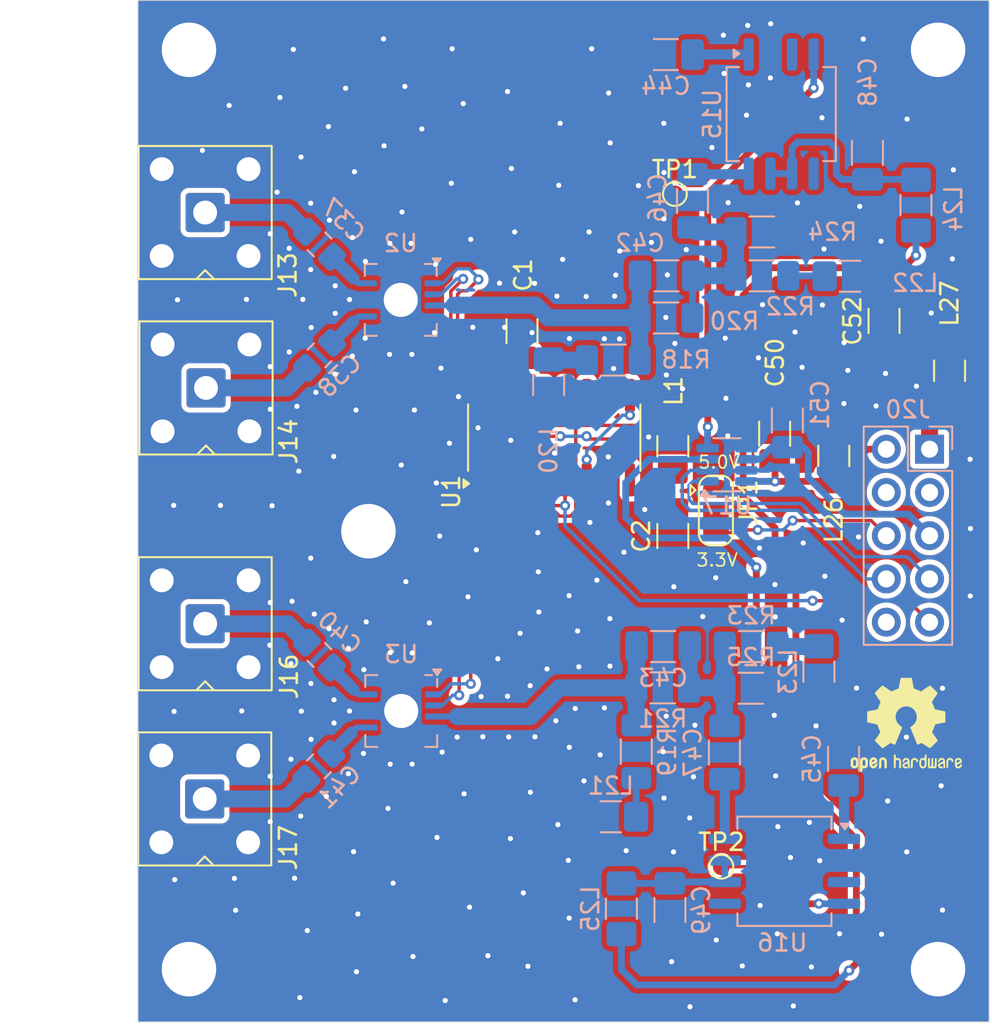
<source format=kicad_pcb>
(kicad_pcb (version 20240108) (generator "pcbnew") (generator_version "8.0")
  (title_block (rev "3.4") (comment 1 "change the rf switch´s to HMC849") (comment 2 "JP1 for select operation voltage of rf switches"))
  (layers (0 "F.Cu" signal) (31 "B.Cu" signal) (34 "B.Paste" user) (35 "F.Paste" user) (36 "B.SilkS" user "B.Silkscreen") (37 "F.SilkS" user "F.Silkscreen") (38 "B.Mask" user) (39 "F.Mask" user) (44 "Edge.Cuts" user))
  (net 0 "")
  (net 1 "GND")
  (net 2 "+3.3V")
  (net 3 "INP_SEL")
  (net 4 "LOG_OUT1")
  (net 5 "LOG_OUT2")
  (net 6 "+5V")
  (net 7 "2,6V REF")
  (net 8 "GNDD")
  (net 9 "SCL0")
  (net 10 "SDA0")
  (net 11 "INP_SEL2")
  (net 12 "Net-(J13-In)")
  (net 13 "Net-(J14-In)")
  (net 14 "Net-(J16-In)")
  (net 15 "Net-(J17-In)")
  (net 16 "Net-(C42-Pad2)")
  (net 17 "Net-(C43-Pad2)")
  (net 18 "Net-(U15-INLO)")
  (net 19 "Net-(U16-INLO)")
  (net 20 "Net-(U15-INHI)")
  (net 21 "Net-(U16-INHI)")
  (net 22 "Net-(U15-EN)")
  (net 23 "Net-(U16-EN)")
  (net 24 "Net-(L20-Pad1)")
  (net 25 "Net-(L21-Pad1)")
  (net 26 "Net-(L22-Pad1)")
  (net 27 "Net-(L23-Pad1)")
  (net 32 "VDD")
  (net 33 "CS0")
  (net 34 "CS1")
  (net 35 "V_HMC")
  (net 36 "Net-(JP1-C)")
  (net 37 "Net-(U2-RF2)")
  (net 38 "Net-(U2-RF1)")
  (net 39 "V1_2")
  (net 40 "Net-(U3-RF2)")
  (net 41 "Net-(U3-RF1)")
  (net 42 "Net-(U2-RFC)")
  (net 43 "V1_1")
  (net 44 "Net-(U3-RFC)")
  (net 45 "Net-(U1-Pad6)")
  (net 50 "Net-(U1-Pad1)")
  (footprint "Inductor_SMD:L_1206_3216Metric_Pad1.42x1.75mm_HandSolder" (layer "F.Cu") (at 172.725 93.19 -90)
    (property "Reference" "L27")
    (property "Value" "4u7")
  )
  (footprint "Connector_Coaxial:SMA_BAT_Wireless_BWSMA-KWE-Z001" (layer "F.Cu") (at 129 83.9 90)
    (property "Reference" "J13")
    (property "Value" "SMA" (hide yes))
  )
  (footprint "Capacitor_SMD:C_1206_3216Metric_Pad1.33x1.80mm_HandSolder" (layer "F.Cu") (at 162.45 96.89 -90)
    (property "Reference" "C50")
    (property "Value" "100n")
  )
  (footprint "TestPoint:TestPoint_Pad_D1.0mm" (layer "F.Cu") (at 159.32 122.32)
    (property "Reference" "TP2")
    (property "Value" "TestPoint")
  )
  (footprint "Connector_Coaxial:SMA_BAT_Wireless_BWSMA-KWE-Z001" (layer "F.Cu") (at 129 108.05 90)
    (property "Reference" "J16")
    (property "Value" "SMA")
  )
  (footprint "Capacitor_SMD:C_1206_3216Metric_Pad1.33x1.80mm_HandSolder" (layer "F.Cu") (at 156.47 102.9 90)
    (property "Reference" "C2")
    (property "Value" "100n")
  )
  (footprint "Package_SO:SOIC-16_3.9x9.9mm_P1.27mm" (layer "F.Cu") (at 149.505 97.12 90)
    (property "Reference" "U1")
    (property "Value" "74HC04")
  )
  (footprint "Connector_Coaxial:SMA_BAT_Wireless_BWSMA-KWE-Z001" (layer "F.Cu") (at 129.05 94.2 90)
    (property "Reference" "J14")
    (property "Value" "SMA")
  )
  (footprint "Connector_Coaxial:SMA_BAT_Wireless_BWSMA-KWE-Z001" (layer "F.Cu") (at 128.975 118.34 90)
    (property "Reference" "J17")
    (property "Value" "SMA")
  )
  (footprint "Symbol:OSHW-Logo2_7.3x6mm_SilkScreen" (layer "F.Cu") (at 170.18 113.99)
    (property "Reference" "REF**" (hide yes))
    (property "Value" "OSHW-Logo2_7.3x6mm_SilkScreen" (hide yes))
  )
  (footprint "Jumper:SolderJumper-3_P1.3mm_Open_RoundedPad1.0x1.5mm" (layer "F.Cu") (at 159 101.4 -90)
    (property "Reference" "JP1")
    (property "Value" "SolderJumper_3_Open" (hide yes))
  )
  (footprint "TestPoint:TestPoint_Pad_D1.0mm" (layer "F.Cu") (at 156.59 82.81)
    (property "Reference" "TP1")
    (property "Value" "TestPoint")
  )
  (footprint "Capacitor_SMD:C_1206_3216Metric_Pad1.33x1.80mm_HandSolder" (layer "F.Cu") (at 168.875 90.265 90)
    (property "Reference" "C52")
    (property "Value" "100n")
  )
  (footprint "Inductor_SMD:L_1206_3216Metric_Pad1.42x1.75mm_HandSolder" (layer "F.Cu") (at 156.47 97.63 90)
    (property "Reference" "L1")
    (property "Value" "4u7")
  )
  (footprint "Capacitor_SMD:C_1206_3216Metric_Pad1.33x1.80mm_HandSolder" (layer "F.Cu") (at 147.61 90.87 -90)
    (property "Reference" "C1")
    (property "Value" "100n")
  )
  (footprint "Inductor_SMD:L_1206_3216Metric_Pad1.42x1.75mm_HandSolder" (layer "F.Cu") (at 165.925 98.19 90)
    (property "Reference" "L26")
    (property "Value" "4u7")
  )
  (footprint "Resistor_SMD:R_1206_3216Metric_Pad1.30x1.75mm_HandSolder" (layer "B.Cu") (at 156.075 90.09)
    (property "Reference" "R20")
    (property "Value" "150R")
  )
  (footprint "Resistor_SMD:R_1206_3216Metric_Pad1.30x1.75mm_HandSolder" (layer "B.Cu") (at 152.975 92.565)
    (property "Reference" "R18")
    (property "Value" "69R8")
  )
  (footprint "Package_CSP:LFCSP-16-1EP_4x4mm_P0.65mm_EP2.4x2.4mm" (layer "B.Cu") (at 140.5175 113.175 180)
    (property "Reference" "U3")
    (property "Value" "HMC849A")
  )
  (footprint "Inductor_SMD:L_1206_3216Metric_Pad1.42x1.75mm_HandSolder" (layer "B.Cu") (at 153.45 124.79 -90)
    (property "Reference" "L25")
    (property "Value" "4u7")
  )
  (footprint "Inductor_SMD:L_1206_3216Metric_Pad1.42x1.75mm_HandSolder" (layer "B.Cu") (at 170.75 83.465 -90)
    (property "Reference" "L24")
    (property "Value" "4u7")
  )
  (footprint "Inductor_SMD:L_1206_3216Metric_Pad1.42x1.75mm_HandSolder" (layer "B.Cu") (at 165.05 110.865 -90)
    (property "Reference" "L23")
    (property "Value" "22nH")
  )
  (footprint "Capacitor_SMD:C_1206_3216Metric_Pad1.33x1.80mm_HandSolder" (layer "B.Cu") (at 156.06 74.62)
    (property "Reference" "C44")
    (property "Value" "100n")
  )
  (footprint "Connector_PinHeader_2.54mm:PinHeader_2x05_P2.54mm_Vertical" (layer "B.Cu") (at 171.55 97.8 180)
    (property "Reference" "J20")
    (property "Value" "Conn_02x05_Odd_Even" (hide yes))
  )
  (footprint "Capacitor_SMD:C_1206_3216Metric_Pad1.33x1.80mm_HandSolder" (layer "B.Cu") (at 167.9 80.39 -90)
    (property "Reference" "C48")
    (property "Value" "100n")
  )
  (footprint "Package_SO:SO-8_5.3x6.2mm_P1.27mm" (layer "B.Cu") (at 163.025 122.59 180)
    (property "Reference" "U16")
    (property "Value" "AD8307")
  )
  (footprint "Resistor_SMD:R_1206_3216Metric_Pad1.30x1.75mm_HandSolder" (layer "B.Cu") (at 154.325 115.565 90)
    (property "Reference" "R19")
    (property "Value" "69R8")
  )
  (footprint "Capacitor_SMD:C_1206_3216Metric_Pad1.33x1.80mm_HandSolder" (layer "B.Cu") (at 166.5 115.99 -90)
    (property "Reference" "C45")
    (property "Value" "100n")
  )
  (footprint "Capacitor_SMD:C_1206_3216Metric_Pad1.33x1.80mm_HandSolder" (layer "B.Cu") (at 163.2 96.115 -90)
    (property "Reference" "C51")
    (property "Value" "100n")
  )
  (footprint "Capacitor_SMD:C_1206_3216Metric_Pad1.33x1.80mm_HandSolder" (layer "B.Cu") (at 159.5 115.615 -90)
    (property "Reference" "C47")
    (property "Value" "100n")
  )
  (footprint "Capacitor_SMD:C_1206_3216Metric_Pad1.33x1.80mm_HandSolder" (layer "B.Cu") (at 156.3 124.865 90)
    (property "Reference" "C49")
    (property "Value" "100n")
  )
  (footprint "Capacitor_SMD:C_0805_2012Metric_Pad1.18x1.45mm_HandSolder" (layer "B.Cu") (at 135.71 109.89 -45)
    (property "Reference" "C40")
    (property "Value" "10n")
  )
  (footprint "Resistor_SMD:R_1206_3216Metric_Pad1.30x1.75mm_HandSolder" (layer "B.Cu") (at 161.05 111.84 180)
    (property "Reference" "R25")
    (property "Value" "52R3")
  )
  (footprint "Resistor_SMD:R_1206_3216Metric_Pad1.30x1.75mm_HandSolder" (layer "B.Cu") (at 161.075 109.39 180)
    (property "Reference" "R23")
    (property "Value" "69R8")
  )
  (footprint "Package_SO:SO-8_5.3x6.2mm_P1.27mm" (layer "B.Cu") (at 162.835 78.115 -90)
    (property "Reference" "U15")
    (property "Value" "AD8307")
  )
  (footprint "Resistor_SMD:R_1206_3216Metric_Pad1.30x1.75mm_HandSolder" (layer "B.Cu") (at 161.7 87.615 180)
    (property "Reference" "R22")
    (property "Value" "69R8")
  )
  (footprint "Capacitor_SMD:C_1206_3216Metric_Pad1.33x1.80mm_HandSolder" (layer "B.Cu") (at 157.625 83.215 90)
    (property "Reference" "C46")
    (property "Value" "100n")
  )
  (footprint "Capacitor_SMD:C_1206_3216Metric_Pad1.33x1.80mm_HandSolder" (layer "B.Cu") (at 156.1 87.615)
    (property "Reference" "C42")
    (property "Value" "10p")
  )
  (footprint "Package_CSP:LFCSP-16-1EP_4x4mm_P0.65mm_EP2.4x2.4mm" (layer "B.Cu") (at 140.49 89.03 180)
    (property "Reference" "U2")
    (property "Value" "HMC849A")
  )
  (footprint "Capacitor_SMD:C_0805_2012Metric_Pad1.18x1.45mm_HandSolder" (layer "B.Cu") (at 135.72 92.29 45)
    (property "Reference" "C38")
    (property "Value" "10n")
  )
  (footprint "Inductor_SMD:L_1206_3216Metric_Pad1.42x1.75mm_HandSolder" (layer "B.Cu") (at 149.175 94.015 -90)
    (property "Reference" "L20")
    (property "Value" "22nH")
  )
  (footprint "Capacitor_SMD:C_0805_2012Metric_Pad1.18x1.45mm_HandSolder" (layer "B.Cu") (at 135.72 85.77 -45)
    (property "Reference" "C37")
    (property "Value" "10n")
  )
  (footprint "Capacitor_SMD:C_0805_2012Metric_Pad1.18x1.45mm_HandSolder" (layer "B.Cu") (at 135.68 116.43 45)
    (property "Reference" "C41")
    (property "Value" "10n")
  )
  (footprint "Resistor_SMD:R_1206_3216Metric_Pad1.30x1.75mm_HandSolder" (layer "B.Cu") (at 161.7 85.04 180)
    (property "Reference" "R24")
    (property "Value" "52R3")
  )
  (footprint "Package_TO_SOT_SMD:TSOT-23-8" (layer "B.Cu") (at 159.65 98.715)
    (property "Reference" "U17")
    (property "Value" "AD7991")
  )
  (footprint "Resistor_SMD:R_1206_3216Metric_Pad1.30x1.75mm_HandSolder" (layer "B.Cu") (at 155.875 111.815)
    (property "Reference" "R21")
    (property "Value" "150R")
  )
  (footprint "Inductor_SMD:L_1206_3216Metric_Pad1.42x1.75mm_HandSolder" (layer "B.Cu") (at 152.825 119.39 180)
    (property "Reference" "L21")
    (property "Value" "22nH")
  )
  (footprint "Inductor_SMD:L_1206_3216Metric_Pad1.42x1.75mm_HandSolder" (layer "B.Cu") (at 166.875 87.64)
    (property "Reference" "L22")
    (property "Value" "22nH")
  )
  (footprint "Capacitor_SMD:C_1206_3216Metric_Pad1.33x1.80mm_HandSolder" (layer "B.Cu") (at 155.9 109.39)
    (property "Reference" "C43")
    (property "Value" "10p")
  )
  (gr_rect (start 125.05 71.44) (end 175.05 131.44) (stroke (width 0.05)) (fill none) (layer "Edge.Cuts"))
  (gr_text "1-500Mhz" (at 150.65 71.73 180) (layer "F.Cu") (effects (font (size 1 1) (thickness 0.2)) (justify left bottom)))
  (gr_text "REV3.4" (at 174.96 123.14 90) (layer "F.Cu") (effects (font (size 1 1) (thickness 0.2)) (justify left bottom)))
  (gr_text "DJ1YR" (at 144.31 131.28 0) (layer "F.Cu") (effects (font (size 1 1) (thickness 0.25) (bold yes)) (justify left bottom)))
  (gr_text "3.3V" (at 157.79 104.75 0) (layer "F.SilkS") (effects (font (size 0.75 0.75) (thickness 0.1)) (justify left bottom)))
  (gr_text "5.0V" (at 157.9 99 0) (layer "F.SilkS") (effects (font (size 0.75 0.75) (thickness 0.1)) (justify left bottom)))
  (via (at 141.21 127.6) (size 0.6) (drill 0.3) (layers "F.Cu" "B.Cu") (net 1))
  (via (at 159.44 73.48) (size 0.6) (drill 0.3) (layers "F.Cu" "B.Cu") (net 1))
  (via (at 159.72 83.32) (size 0.6) (drill 0.3) (layers "F.Cu" "B.Cu") (net 1))
  (via (at 146.95 97.28) (size 0.6) (drill 0.3) (layers "F.Cu" "B.Cu") (net 1))
  (via (at 147.18 85.04) (size 0.6) (drill 0.3) (layers "F.Cu" "B.Cu") (net 1))
  (via (at 172.31 111.84) (size 0.6) (drill 0.3) (layers "F.Cu" "B.Cu") (net 1))
  (via (at 145.61 127.55) (size 0.6) (drill 0.3) (layers "F.Cu" "B.Cu") (net 1))
  (via (at 156.06 90.06) (size 0.6) (drill 0.3) (layers "F.Cu" "B.Cu") (net 1))
  (via (at 167.45 83.54) (size 0.6) (drill 0.3) (layers "F.Cu" "B.Cu") (net 1))
  (via (at 161.56 103.61) (size 0.6) (drill 0.3) (layers "F.Cu" "B.Cu") (net 1))
  (via (at 141.16 116.3) (size 0.6) (drill 0.3) (layers "F.Cu" "B.Cu") (net 1))
  (via (at 135.41 107.48) (size 0.6) (drill 0.3) (layers "F.Cu" "B.Cu") (net 1))
  (via (at 141.16 109.76) (size 0.6) (drill 0.3) (layers "F.Cu" "B.Cu") (net 1))
  (via (at 136.12 118.19) (size 0.6) (drill 0.3) (layers "F.Cu" "B.Cu") (net 1))
  (via (at 149.85 78.66) (size 0.6) (drill 0.3) (layers "F.Cu" "B.Cu") (net 1))
  (via (at 127.21 123.08) (size 0.6) (drill 0.3) (layers "F.Cu" "B.Cu") (net 1))
  (via (at 151.6 102.1) (size 0.6) (drill 0.3) (layers "F.Cu" "B.Cu") (net 1))
  (via (at 160.8 78.18) (size 0.6) (drill 0.3) (layers "F.Cu" "B.Cu") (net 1))
  (via (at 154.82 101.34) (size 0.6) (drill 0.3) (layers "F.Cu" "B.Cu") (net 1))
  (via (at 148.09 111.69) (size 0.6) (drill 0.3) (layers "F.Cu" "B.Cu") (net 1))
  (via (at 132.93 101.12) (size 0.6) (drill 0.3) (layers "F.Cu" "B.Cu") (net 1))
  (via (at 148.54 102.7) (size 0.6) (drill 0.3) (layers "F.Cu" "B.Cu") (net 1))
  (via (at 136.57 113.88) (size 0.6) (drill 0.3) (layers "F.Cu" "B.Cu") (net 1))
  (via (at 135.21 111.56) (size 0.6) (drill 0.3) (layers "F.Cu" "B.Cu") (net 1))
  (via (at 132.82 117.01) (size 0.6) (drill 0.3) (layers "F.Cu" "B.Cu") (net 1))
  (via (at 159.7 97.02) (size 0.6) (drill 0.3) (layers "F.Cu" "B.Cu") (net 1))
  (via (at 141.14 92.23) (size 0.6) (drill 0.3) (layers "F.Cu" "B.Cu") (net 1))
  (via (at 148.6 107.36) (size 0.6) (drill 0.3) (layers "F.Cu" "B.Cu") (net 1))
  (via (at 167.66 73.71) (size 0.6) (drill 0.3) (layers "F.Cu" "B.Cu") (net 1))
  (via (at 138.41 86.77) (size 0.6) (drill 0.3) (layers "F.Cu" "B.Cu") (net 1))
  (via (at 136.63 93.39) (size 0.6) (drill 0.3) (layers "F.Cu" "B.Cu") (net 1))
  (via (at 150.38 125.34) (size 0.6) (drill 0.3) (layers "F.Cu" "B.Cu") (net 1))
  (via (at 144.44 106.47) (size 0.6) (drill 0.3) (layers "F.Cu" "B.Cu") (net 1))
  (via (at 155.95 81.55) (size 0.6) (drill 0.3) (layers "F.Cu" "B.Cu") (net 1))
  (via (at 134.11 106.73) (size 0.6) (drill 0.3) (layers "F.Cu" "B.Cu") (net 1))
  (via (at 163.38 121.78) (size 0.6) (drill 0.3) (layers "F.Cu" "B.Cu") (net 1))
  (via (at 133.225 82.7) (size 0.6) (drill 0.3) (layers "F.Cu" "B.Cu") (net 1))
  (via (at 163.79 83.33) (size 0.6) (drill 0.3) (layers "F.Cu" "B.Cu") (net 1))
  (via (at 145.21 112.33) (size 0.6) (drill 0.3) (layers "F.Cu" "B.Cu") (net 1))
  (via (at 165.23 78.33) (size 0.6) (drill 0.3) (layers "F.Cu" "B.Cu") (net 1))
  (via (at 166.52 95.12) (size 0.6) (drill 0.3) (layers "F.Cu" "B.Cu") (net 1))
  (via (at 150.95 110.58) (size 0.6) (drill 0.3) (layers "F.Cu" "B.Cu") (net 1))
  (via (at 172.05 74.34) (size 5) (drill 3.2) (layers "F.Cu" "B.Cu") (net 1))
  (via (at 146.29 88.05) (size 0.6) (drill 0.3) (layers "F.Cu" "B.Cu") (net 1))
  (via (at 146.76 76.79) (size 0.6) (drill 0.3) (layers "F.Cu" "B.Cu") (net 1))
  (via (at 152.7 76.88) (size 0.6) (drill 0.3) (layers "F.Cu" "B.Cu") (net 1))
  (via (at 170.23 78.41) (size 0.6) (drill 0.3) (layers "F.Cu" "B.Cu") (net 1))
  (via (at 155.91 115.57) (size 0.6) (drill 0.3) (layers "F.Cu" "B.Cu") (net 1))
  (via (at 166.75 93.17) (size 0.6) (drill 0.3) (layers "F.Cu" "B.Cu") (net 1))
  (via (at 172.31 124.87) (size 0.6) (drill 0.3) (layers "F.Cu" "B.Cu") (net 1))
  (via (at 167.26 111.83) (size 0.6) (drill 0.3) (layers "F.Cu" "B.Cu") (net 1))
  (via (at 164.61 128.21) (size 0.6) (drill 0.3) (layers "F.Cu" "B.Cu") (net 1))
  (via (at 128.84 80.25) (size 0.6) (drill 0.3) (layers "F.Cu" "B.Cu") (net 1))
  (via (at 159.48 75.73) (size 0.6) (drill 0.3) (layers "F.Cu" "B.Cu") (net 1))
  (via (at 149.52 98.03) (size 0.6) (drill 0.3) (layers "F.Cu" "B.Cu") (net 1))
  (via (at 146.59 90.64) (size 0.6) (drill 0.3) (layers "F.Cu" "B.Cu") (net 1))
  (via (at 155.95 118.29) (size 0.6) (drill 0.3) (layers "F.Cu" "B.Cu") (net 1))
  (via (at 138.46 107.94) (size 0.6) (drill 0.3) (layers "F.Cu" "B.Cu") (net 1))
  (via (at 139.51 79.98) (size 0.6) (drill 0.3) (layers "F.Cu" "B.Cu") (net 1))
  (via (at 130.79 124.88) (size 0.6) (drill 0.3) (layers "F.Cu" "B.Cu") (net 1))
  (via (at 140.56 83.87) (size 0.6) (drill 0.3) (layers "F.Cu" "B.Cu") (net 1))
  (via (at 134.04 116.01) (size 0.6) (drill 0.3) (layers "F.Cu" "B.Cu") (net 1))
  (via (at 167.38 102.95) (size 0.6) (drill 0.3) (layers "F.Cu" "B.Cu") (net 1))
  (via (at 152.45 112.99) (size 0.6) (drill 0.3) (layers "F.Cu" "B.Cu") (net 1))
  (via (at 148.57 105) (size 0.6) (drill 0.3) (layers "F.Cu" "B.Cu") (net 1))
  (via (at 141.29 95.5) (size 0.6) (drill 0.3) (layers "F.Cu" "B.Cu") (net 1))
  (via (at 134.61 119.35) (size 0.6) (drill 0.3) (layers "F.Cu" "B.Cu") (net 1))
  (via (at 165.4 105.26) (size 0.6) (drill 0.3) (layers "F.Cu" "B.Cu") (net 1))
  (via (at 164.88 114.05) (size 0.6) (drill 0.3) (layers "F.Cu" "B.Cu") (net 1))
  (via (at 137.89 128.49) (size 0.6) (drill 0.3) (layers "F.Cu" "B.Cu") (net 1))
  (via (at 161.5 92.43) (size 0.6) (drill 0.3) (layers "F.Cu" "B.Cu") (net 1))
  (via (at 134.5 99.09) (size 0.6) (drill 0.3) (layers "F.Cu" "B.Cu") (net 1))
  (via (at 166.26 126.26) (size 0.6) (drill 0.3) (layers "F.Cu" "B.Cu") (net 1))
  (via (at 134.04 110.4) (size 0.6) (drill 0.3) (layers "F.Cu" "B.Cu") (net 1))
  (via (at 137.65 92.33) (size 0.6) (drill 0.3) (layers "F.Cu" "B.Cu") (net 1))
  (via (at 137.41 109.5) (size 0.6) (drill 0.3) (layers "F.Cu" "B.Cu") (net 1))
  (via (at 138.4 91.28) (size 0.6) (drill 0.3) (layers "F.Cu" "B.Cu") (net 1))
  (via (at 149.77 82.3) (size 0.6) (drill 0.3) (layers "F.Cu" "B.Cu") (net 1))
  (via (at 152.69 100.96) (size 0.6) (drill 0.3) (layers "F.Cu" "B.Cu") (net 1))
  (via (at 132.82 92.95) (size 0.6) (drill 0.3) (layers "F.Cu" "B.Cu") (net 1))
  (via (at 145.31 114.69) (size 0.6) (drill 0.3) (layers "F.Cu" "B.Cu") (net 1))
  (via (at 142.92 115.59) (size 0.6) (drill 0.3) (layers "F.Cu" "B.Cu") (net 1))
  (via (at 139.85 85.71) (size 0.6) (drill 0.3) (layers "F.Cu" "B.Cu") (net 1))
  (via (at 142.78 102.9) (size 0.6) (drill 0.3) (layers "F.Cu" "B.Cu") (net 1))
  (via (at 137.72 121.44) (size 0.6) (drill 0.3) (layers "F.Cu" "B.Cu") (net 1))
  (via (at 153.34 91.32) (size 0.6) (drill 0.3) (layers "F.Cu" "B.Cu") (net 1))
  (via (at 168.96 93.35) (size 0.6) (drill 0.3) (layers "F.Cu" "B.Cu") (net 1))
  (via (at 127.175 113.2) (size 0.6) (drill 0.3) (layers "F.Cu" "B.Cu") (net 1))
  (via (at 136.57 112.52) (size 0.6) (drill 0.3) (layers "F.Cu" "B.Cu") (net 1))
  (via (at 163.65 90.92) (size 0.6) (drill 0.3) (layers "F.Cu" "B.Cu") (net 1))
  (via (at 159.59 94.81) (size 0.6) (drill 0.3) (layers "F.Cu" "B.Cu") (net 1))
  (via (at 170.19 114.71) (size 0.6) (drill 0.3) (layers "F.Cu" "B.Cu") (net 1))
  (via (at 162.2 75.99) (size 0.6) (drill 0.3) (layers "F.Cu" "B.Cu") (net 1))
  (via (at 162.51 116.99) (size 0.6) (drill 0.3) (layers "F.Cu" "B.Cu") (net 1))
  (via (at 130.41 77.61) (size 0.6) (drill 0.3) (layers "F.Cu" "B.Cu") (net 1))
  (via (at 139.74 118.9) (size 0.6) (drill 0.3) (layers "F.Cu" "B.Cu") (net 1))
  (via (at 173.94 106.42) (size 0.6) (drill 0.3) (layers "F.Cu" "B.Cu") (net 1))
  (via (at 151.55 85.04) (size 0.6) (drill 0.3) (layers "F.Cu" "B.Cu") (net 1))
  (via (at 172.23 117.57) (size 0.6) (drill 0.3) (layers "F.Cu" "B.Cu") (net 1))
  (via (at 172.05 128.34) (size 5) (drill 3.2) (layers "F.Cu" "B.Cu") (net 1))
  (via (at 152.99 93.06) (size 0.6) (drill 0.3) (layers "F.Cu" "B.Cu") (net 1))
  (via (at 145.03 96.54) (size 0.6) (drill 0.3) (layers "F.Cu" "B.Cu") (net 1))
  (via (at 133.39 77.14) (size 0.6) (drill 0.3) (layers "F.Cu" "B.Cu") (net 1))
  (via (at 166.41 107.84) (size 0.6) (drill 0.3) (layers "F.Cu" "B.Cu") (net 1))
  (via (at 128.05 74.34) (size 5) (drill 3.2) (layers "F.Cu" "B.Cu") (net 1))
  (via (at 137.25 76.6) (size 0.6) (drill 0.3) (layers "F.Cu" "B.Cu") (net 1))
  (via (at 158.77 80.08) (size 0.6) (drill 0.3) (layers "F.Cu" "B.Cu") (net 1))
  (via (at 135.2 104.2) (size 0.6) (drill 0.3) (layers "F.Cu" "B.Cu") (net 1))
  (via (at 136.24 78.85) (size 0.6) (drill 0.3) (layers "F.Cu" "B.Cu") (net 1))
  (via (at 150.73 130.14) (size 0.6) (drill 0.3) (layers "F.Cu" "B.Cu") (net 1))
  (via (at 143.51 74.28) (size 0.6) (drill 0.3) (layers "F.Cu" "B.Cu") (net 1))
  (via (at 144.72 90.64) (size 0.6) (drill 0.3) (layers "F.Cu" "B.Cu") (net 1))
  (via (at 164.49 119.72) (size 0.6) (drill 0.3) (layers "F.Cu" "B.Cu") (net 1))
  (via (at 151.7 74.28) (size 0.6) (drill 0.3) (layers "F.Cu" "B.Cu") (net 1))
  (via (at 142.17 108) (size 0.6) (drill 0.3) (layers "F.Cu" "B.Cu") (net 1))
  (via (at 162.61 126.26) (size 0.6) (drill 0.3) (layers "F.Cu" "B.Cu") (net 1))
  (via (at 144.16 77.5) (size 0.6) (drill 0.3) (layers "F.Cu" "B.Cu") (net 1))
  (via (at 137.48 89.01) (size 0.6) (drill 0.3) (layers "F.Cu" "B.Cu") (net 1))
  (via (at 148.2 90.95) (size 0.6) (drill 0.3) (layers "F.Cu" "B.Cu") (net 1))
  (via (at 153.35 86.16) (size 0.6) (drill 0.3) (layers "F.Cu" "B.Cu") (net 1))
  (via (at 153.12 87.57) (size 0.6) (drill 0.3) (layers "F.Cu" "B.Cu") (net 1))
  (via (at 156.15 87.56) (size 0.6) (drill 0.3) (layers "F.Cu" "B.Cu") (net 1))
  (via (at 153.73 121.38) (size 0.6) (drill 0.3) (layers "F.Cu" "B.Cu") (net 1))
  (via (at 151.38 88.83) (size 0.6) (drill 0.3) (layers "F.Cu" "B.Cu") (net 1))
  (via (at 139.88 109.74) (size 0.6) (drill 0.3) (layers "F.Cu" "B.Cu") (net 1))
  (via (at 173.93 98.39) (size 0.6) (drill 0.3) (layers "F.Cu" "B.Cu") (net 1))
  (via (at 148.37 114.69) (size 0.6) (drill 0.3) (layers "F.Cu" "B.Cu") (net 1))
  (via (at 134.18 74.32) (size 0.6) (drill 0.3) (layers "F.Cu" "B.Cu") (net 1))
  (via (at 146.76 112.31) (size 0.6) (drill 0.3) (layers "F.Cu" "B.Cu") (net 1))
  (via (at 136.64 89.82) (size 0.6) (drill 0.3) (layers "F.Cu" "B.Cu") (net 1))
  (via (at 170.21 121.45) (size 0.6) (drill 0.3) (layers "F.Cu" "B.Cu") (net 1))
  (via (at 131.15 113.175) (size 0.6) (drill 0.3) (layers "F.Cu" "B.Cu") (net 1))
  (via (at 155.94 78.66) (size 0.6) (drill 0.3) (layers "F.Cu" "B.Cu") (net 1))
  (via (at 137.77 81.5) (size 0.6) (drill 0.3) (layers "F.Cu" "B.Cu") (net 1))
  (via (at 153.05 88.81) (size 0.6) (drill 0.3) (layers "F.Cu" "B.Cu") (net 1))
  (via (at 156.53 105.88) (size 0.6) (drill 0.3) (layers "F.Cu" "B.Cu") (net 1))
  (via (at 140.49 89.03) (size 2.4) (drill 2) (layers "F.Cu" "B.Cu") (net 1))
  (via (at 156.09 93.44) (size 0.6) (drill 0.3) (layers "F.Cu" "B.Cu") (net 1))
  (via (at 155.21 85.65) (size 0.6) (drill 0.3) (layers "F.Cu" "B.Cu") (net 1))
  (via (at 135.22 114.84) (size 0.6) (drill 0.3) (layers "F.Cu" "B.Cu") (net 1))
  (via (at 139.83 92.23) (size 0.6) (drill 0.3) (layers "F.Cu" "B.Cu") (net 1))
  (via (at 147.96 128.17) (size 0.6) (drill 0.3) (layers "F.Cu" "B.Cu") (net 1))
  (via (at 168.41 95.26) (size 0.6) (drill 0.3) (layers "F.Cu" "B.Cu") (net 1))
  (via (at 146.83 114.7) (size 0.6) (drill 0.3) (layers "F.Cu" "B.Cu") (net 1))
  (via (at 162.47 105.75) (size 0.6) (drill 0.3) (layers "F.Cu" "B.Cu") (net 1))
  (via (at 138.3 115.67) (size 0.6) (drill 0.3) (layers "F.Cu" "B.Cu") (net 1))
  (via (at 148.1 117.95) (size 0.6) (drill 0.3) (layers "F.Cu" "B.Cu") (net 1))
  (via (at 142.62 120.6) (size 0.6) (drill 0.3) (layers "F.Cu" "B.Cu") (net 1))
  (via (at 146.93 120.67) (size 0.6) (drill 0.3) (layers "F.Cu" "B.Cu") (net 1))
  (via (at 142.85 93.04) (size 0.6) (drill 0.3) (layers "F.Cu" "B.Cu") (net 1))
  (via (at 144.53 124.7) (size 0.6) (drill 0.3) (layers "F.Cu" "B.Cu") (net 1))
  (via (at 142.47 90.95) (size 0.6) (drill 0.3) (layers "F.Cu" "B.Cu") (net 1))
  (via (at 137.65 85.37) (size 0.6) (drill 0.3) (layers "F.Cu" "B.Cu") (net 1))
  (via (at 149.6 113.75) (size 0.6) (drill 0.3) (layers "F.Cu" "B.Cu") (net 1))
  (via (at 158.99 105.35) (size 0.6) (drill 0.3) (layers "F.Cu" "B.Cu") (net 1))
  (via (at 170.78 94.1) (size 0.6) (drill 0.3) (layers "F.Cu" "B.Cu") (net 1))
  (via (at 146.19 110.11) (size 0.6) (drill 0.3) (layers "F.Cu" "B.Cu") (net 1))
  (via (at 127.15 101.1) (size 0.6) (drill 0.3) (layers "F.Cu" "B.Cu") (net 1))
  (via (at 157.26 86.08) (size 0.6) (drill 0.3) (layers "F.Cu" "B.Cu") (net 1))
  (via (at 152.2 115.75) (size 0.6) (drill 0.3) (layers "F.Cu" "B.Cu") (net 1))
  (via (at 156.51 121.45) (size 0.6) (drill 0.3) (layers "F.Cu" "B.Cu") (net 1))
  (via (at 158.23 107.63) (size 0.6) (drill 0.3) (layers "F.Cu" "B.Cu") (net 1))
  (via (at 152.01 105.49) (size 0.6) (drill 0.3) (layers "F.Cu" "B.Cu") (net 1))
  (via (at 136.28 108.34) (size 0.6) (drill 0.3) (layers "F.Cu" "B.Cu") (net 1))
  (via (at 155.95 84.27) (size 0.6) (drill 0.3) (layers "F.Cu" "B.Cu") (net 1))
  (via (at 140.5175 113.175) (size 2.4) (drill 2) (layers "F.Cu" "B.Cu") (net 1))
  (via (at 157.48 130.55) (size 0.6) (drill 0.3) (layers "F.Cu" "B.Cu") (net 1))
  (via (at 168.73 126.29) (size 0.6) (drill 0.3) (layers "F.Cu" "B.Cu") (net 1))
  (via (at 147.5 108.61) (size 0.6) (drill 0.3) (layers "F.Cu" "B.Cu") (net 1))
  (via (at 134.56 130.01) (size 0.6) (drill 0.3) (layers "F.Cu" "B.Cu") (net 1))
  (via (at 146.99 81.31) (size 0.6) (drill 0.3) (layers "F.Cu" "B.Cu") (net 1))
  (via (at 137.48 113.18) (size 0.6) (drill 0.3) (layers "F.Cu" "B.Cu") (net 1))
  (via (at 139.475 73.7) (size 0.6) (drill 0.3) (layers "F.Cu" "B.Cu") (net 1))
  (via (at 131.425 89) (size 0.6) (drill 0.3) (layers "F.Cu" "B.Cu") (net 1))
  (via (at 151.25 117.28) (size 0.6) (drill 0.3) (layers "F.Cu" "B.Cu") (net 1))
  (via (at 136.55 98.225) (size 0.6) (drill 0.3) (layers "F.Cu" "B.Cu") (net 1))
  (via (at 150.4 91.3) (size 0.6) (drill 0.3) (layers "F.Cu" "B.Cu") (net 1))
  (via (at 150.33 121.95) (size 0.6) (drill 0.3) (layers "F.Cu" "B.Cu") (net 1))
  (via (at 144.93 103.71) (size 0.6) (drill 0.3) (layers "F.Cu" "B.Cu") (net 1))
  (via (at 150.38 106.4) (size 0.6) (drill 0.3) (layers "F.Cu" "B.Cu") (net 1))
  (via (at 165.1 121.965) (size 0.6) (drill 0.3) (layers "F.Cu" "B.Cu") (net 1))
  (via (at 140.79 105.58) (size 0.6) (drill 0.3) (layers "F.Cu" "B.Cu") (net 1))
  (via (at 156.08 113.48) (size 0.6) (drill 0.3) (layers "F.Cu" "B.Cu") (net 1))
  (via (at 137.97 125.1) (size 0.6) (drill 0.3) (layers "F.Cu" "B.Cu") (net 1))
  (via (at 164.13 103.31) (size 0.6) (drill 0.3) (layers "F.Cu" "B.Cu") (net 1))
  (via (at 135.23 90.65) (size 0.6) (drill 0.3) (layers "F.Cu" "B.Cu") (net 1))
  (via (at 161.74 89.31) (size 0.6) (drill 0.3) (layers "F.Cu" "B.Cu") (net 1))
  (via (at 144.6 85.475) (size 0.6) (drill 0.3) (layers "F.Cu" "B.Cu") (net 1))
  (via (at 132.82 85.15) (size 0.6) (drill 0.3) (layers "F.Cu" "B.Cu") (net 1))
  (via (at 171.65 89.8) (size 0.6) (drill 0.3) (layers "F.Cu" "B.Cu") (net 1))
  (via (at 152.45 91.31) (size 0.6) (drill 0.3) (layers "F.Cu" "B.Cu") (net 1))
  (via (at 149.08 110.71) (size 0.6) (drill 0.3) (layers "F.Cu" "B.Cu") (net 1))
  (via (at 149.72 119.85) (size 0.6) (drill 0.3) (layers "F.Cu" "B.Cu") (net 1))
  (via (at 155.05 97.08) (size 0.6) (drill 0.3) (layers "F.Cu" "B.Cu") (net 1))
  (via (at 150.74 113.03) (size 0.6) (drill 0.3) (layers "F.Cu" "B.Cu") (net 1))
  (via (at 152.775 107.75) (size 0.6) (drill 0.3) (layers "F.Cu" "B.Cu") (net 1))
  (via (at 136.64 88.2) (size 0.6) (drill 0.3) (layers "F.Cu" "B.Cu") (net 1))
  (via (at 173.95 102.46) (size 0.6) (drill 0.3) (layers "F.Cu" "B.Cu") (net 1))
  (via (at 135.2 87.25) (size 0.6) (drill 0.3) (layers "F.Cu" "B.Cu") (net 1))
  (via (at 138.591932 102.614999) (size 5) (drill 3.2) (layers "F.Cu" "B.Cu") (net 1))
  (via (at 163.55 130.5) (size 0.6) (drill 0.3) (layers "F.Cu" "B.Cu") (net 1))
  (via (at 150 86.65) (size 0.6) (drill 0.3) (layers "F.Cu" "B.Cu") (net 1))
  (via (at 142.53 86.95) (size 0.6) (drill 0.3) (layers "F.Cu" "B.Cu") (net 1))
  (via (at 127.375 89.025) (size 0.6) (drill 0.3) (layers "F.Cu" "B.Cu") (net 1))
  (via (at 172.95 81.39) (size 0.6) (drill 0.3) (layers "F.Cu" "B.Cu") (net 1))
  (via (at 144.21 118.04) (size 0.6) (drill 0.3) (layers "F.Cu" "B.Cu") (net 1))
  (via (at 165.35 86.04) (size 0.6) (drill 0.3) (layers "F.Cu" "B.Cu") (net 1))
  (via (at 147.69 123.86) (size 0.6) (drill 0.3) (layers "F.Cu" "B.Cu") (net 1))
  (via (at 164.06 92.99) (size 0.6) (drill 0.3) (layers "F.Cu" "B.Cu") (net 1))
  (via (at 143.35 97.45) (size 0.6) (drill 0.3) (layers "F.Cu" "B.Cu") (net 1))
  (via (at 156.4 127.9) (size 0.6) (drill 0.3) (layers "F.Cu" "B.Cu") (net 1))
  (via (at 135.5 94.46) (size 0.6) (drill 0.3) (layers "F.Cu" "B.Cu") (net 1))
  (via (at 143.46 82.18) (size 0.6) (drill 0.3) (layers "F.Cu" "B.Cu") (net 1))
  (via (at 128.05 128.34) (size 5) (drill 3.2) (layers "F.Cu" "B.Cu") (net 1))
  (via (at 152.68 98.25) (size 0.6) (drill 0.3) (layers "F.Cu" "B.Cu") (net 1))
  (via (at 168.7 85.58) (size 0.6) (drill 0.3) (layers "F.Cu" "B.Cu") (net 1))
  (via (at 139.87 116.3) (size 0.6) (drill 0.3) (layers "F.Cu" "B.Cu") (net 1))
  (via (at 140.04 123.29) (size 0.6) (drill 0.3) (layers "F.Cu" "B.Cu") (net 1))
  (via (at 132.8 109.31) (size 0.6) (drill 0.3) (layers "F.Cu" "B.Cu") (net 1))
  (via (at 129.9 101.1) (size 0.6) (drill 0.3) (layers "F.Cu" "B.Cu") (net 1))
  (via (at 152.78 110.54) (size 0.6) (drill 0.3) (layers "F.Cu" "B.Cu") (net 1))
  (via (at 133.94 92.09) (size 0.6) (drill 0.3) (layers "F.Cu" "B.Cu") (net 1))
  (via (at 133.94 86) (size 0.6) (drill 0.3) (layers "F.Cu" "B.Cu") (net 1))
  (via (at 162.43 113.43) (size 0.6) (drill 0.3) (layers "F.Cu" "B.Cu") (net 1))
  (via (at 159.02 126.63) (size 0.6) (drill 0.3) (layers "F.Cu" "B.Cu") (net 1))
  (via (at 160.91 76.4) (size 0.6) (drill 0.3) (layers "F.Cu" "B.Cu") (net 1))
  (via (at 157.46 119.46) (size 0.6) (drill 0.3) (layers "F.Cu" "B.Cu") (net 1))
  (via (at 162.64 119.97) (size 0.6) (drill 0.3) (layers "F.Cu" "B.Cu") (net 1))
  (via (at 152.79 79.81) (size 0.6) (drill 0.3) (layers "F.Cu" "B.Cu") (net 1))
  (via (at 166.52 91.54) (size 0.6) (drill 0.3) (layers "F.Cu" "B.Cu") (net 1))
  (via (at 130.72 123.01) (size 0.6) (drill 0.3) (layers "F.Cu" "B.Cu") (net 1))
  (via (at 138.32 110.75) (size 0.6) (drill 0.3) (layers "F.Cu" "B.Cu") (net 1))
  (via (at 132.83 95.45) (size 0.6) (drill 0.3) (layers "F.Cu" "B.Cu") (net 1))
  (via (at 137.86 95.5) (size 0.6) (drill 0.3) (layers "F.Cu" "B.Cu") (net 1))
  (via (at 150.39 115.31) (size 0.6) (drill 0.3) (layers "F.Cu" "B.Cu") (net 1))
  (via (at 169.09 118.46) (size 0.6) (drill 0.3) (layers "F.Cu" "B.Cu") (net 1))
  (via (at 172.89 86.62) (size 0.6) (drill 0.3) (layers "F.Cu" "B.Cu") (net 1))
  (via (at 157.68 117.04) (size 0.6) (drill 0.3) (layers "F.Cu" "B.Cu") (net 1))
  (via (at 141.09 85.71) (size 0.6) (drill 0.3) (layers "F.Cu" "B.Cu") (net 1))
  (via (at 156.59 91.59) (size 0.6) (drill 0.3) (layers "F.Cu" "B.Cu") (net 1))
  (via (at 159.55 91.28) (size 0.6) (drill 0.3) (layers "F.Cu" "B.Cu") (net 1))
  (via (at 150.875 108.475) (size 0.6) (drill 0.3) (layers "F.Cu" "B.Cu") (net 1))
  (via (at 153.6 103.85) (size 0.6) (drill 0.3) (layers "F.Cu" "B.Cu") (net 1))
  (via (at 132.825 106.81) (size 0.6) (drill 0.3) (layers "F.Cu" "B.Cu") (net 1))
  (via (at 134.65 113.19) (size 0.6) (drill 0.3) (layers "F.Cu" "B.Cu") (net 1))
  (via (at 132.82 119.68) (size 0.6) (drill 0.3) (layers "F.Cu" "B.Cu") (net 1))
  (via (at 140.73 76.49) (size 0.6) (drill 0.3) (layers "F.Cu" "B.Cu") (net 1))
  (via (at 160.55 128.15) (size 0.6) (drill 0.3) (layers "F.Cu" "B.Cu") (net 1))
  (via (at 134.39 95.28) (size 0.6) (drill 0.3) (layers "F.Cu" "B.Cu") (net 1))
  (via (at 154.45 82.32) (size 0.6) (drill 0.3) (layers "F.Cu" "B.Cu") (net 1))
  (via (at 141.73 78.99) (size 0.6) (drill 0.3) (layers "F.Cu" "B.Cu") (net 1))
  (via (at 143.8 114.71) (size 0.6) (drill 0.3) (layers "F.Cu" "B.Cu") (net 1))
  (via (at 134.74 89) (size 0.6) (drill 0.3) (layers "F.Cu" "B.Cu") (net 1))
  (via (at 161.6 124.6) (size 0.6) (drill 0.3) (layers "F.Cu" "B.Cu") (net 1))
  (via (at 148.35 88.06) (size 0.6) (drill 0.3) (layers "F.Cu" "B.Cu") (net 1))
  (via (at 162.49 107.65) (size 0.6) (drill 0.3) (layers "F.Cu" "B.Cu") (net 1))
  (via (at 134.63 80.64) (size 0.6) (drill 0.3) (layers "F.Cu" "B.Cu") (net 1))
  (via (at 157.77 114.01) (size 0.6) (drill 0.3) (layers "F.Cu" "B.Cu") (net 1))
  (via (at 135 126.07) (size 0.6) (drill 0.3) (layers "F.Cu" "B.Cu") (net 1))
  (via (at 165.26 89.33) (size 0.6) (drill 0.3) (layers "F.Cu" "B.Cu") (net 1))
  (via (at 143.88 94.71) (size 0.6) (drill 0.3) (layers "F.Cu" "B.Cu") (net 1))
  (via (at 136.3 84.35) (size 0.6) (drill 0.3) (layers "F.Cu" "B.Cu") (net 1))
  (via (at 134.25 123) (size 0.6) (drill 0.3) (layers "F.Cu" "B.Cu") (net 1))
  (via (at 137.41 116.86) (size 0.6) (drill 0.3) (layers "F.Cu" "B.Cu") (net 1))
  (via (at 142.58 99.78) (size 0.6) (drill 0.3) (layers "F.Cu" "B.Cu") (net 1))
  (via (at 157.04 94.25) (size 0.6) (drill 0.3) (layers "F.Cu" "B.Cu") (net 1))
  (via (at 162.22 72.81) (size 0.6) (drill 0.3) (layers "F.Cu" "B.Cu") (net 1))
  (via (at 160.87 72.91) (size 0.6) (drill 0.3) (layers "F.Cu" "B.Cu") (net 1))
  (via (at 140.52 98.73) (size 0.6) (drill 0.3) (layers "F.Cu" "B.Cu") (net 1))
  (via (at 149.66 88.81) (size 0.6) (drill 0.3) (layers "F.Cu" "B.Cu") (net 1))
  (via (at 135.2 83.35) (size 0.6) (drill 0.3) (layers "F.Cu" "B.Cu") (net 1))
  (via (at 143.1 130.18) (size 0.6) (drill 0.3) (layers "F.Cu" "B.Cu") (net 1))
  (segment (start 168.12 101.99) (end 163.51 101.99) (width 0.2) (layer "F.Cu") (net 2))
  (segment (start 160.43 102.54) (end 160.27 102.7) (width 0.2) (layer "F.Cu") (net 2))
  (segment (start 169.01 102.88) (end 168.12 101.99) (width 0.2) (layer "F.Cu") (net 2))
  (segment (start 161.46 102.54) (end 160.43 102.54) (width 0.2) (layer "F.Cu") (net 2))
  (segment (start 169.01 102.88) (end 169.515 102.88) (width 0.2) (layer "F.Cu") (net 2))
  (segment (start 160.27 102.7) (end 159 102.7) (width 0.2) (layer "F.Cu") (net 2))
  (via (at 163.51 101.99) (size 0.6) (drill 0.3) (layers "F.Cu" "B.Cu") (net 2))
  (via (at 161.46 102.54) (size 0.6) (drill 0.3) (layers "F.Cu" "B.Cu") (net 2))
  (segment (start 162.96 102.54) (end 161.46 102.54) (width 0.2) (layer "B.Cu") (net 2))
  (segment (start 163.51 101.99) (end 163.51 101.95) (width 0.2) (layer "B.Cu") (net 2))
  (segment (start 163.51 101.99) (end 162.96 102.54) (width 0.2) (layer "B.Cu") (net 2))
  (segment (start 171.55 107.96) (end 170.29 106.7) (width 0.2) (layer "F.Cu") (net 3))
  (segment (start 147.6 100.92) (end 147.79 101.11) (width 0.2) (layer "F.Cu") (net 3))
  (segment (start 170.29 106.7) (end 169.49 106.7) (width 0.2) (layer "F.Cu") (net 3))
  (segment (start 169.49 106.7) (end 164.68 106.7) (width 0.2) (layer "F.Cu") (net 3))
  (segment (start 147.79 101.11) (end 150.14 101.11) (width 0.2) (layer "F.Cu") (net 3))
  (segment (start 150.14 99.595) (end 150.14 101.11) (width 0.2) (layer "F.Cu") (net 3))
  (segment (start 147.6 99.595) (end 147.6 100.92) (width 0.2) (layer "F.Cu") (net 3))
  (via (at 150.14 101.11) (size 0.6) (drill 0.3) (layers "F.Cu" "B.Cu") (net 3))
  (via (at 164.68 106.7) (size 0.6) (drill 0.3) (layers "F.Cu" "B.Cu") (net 3))
  (segment (start 150.14 102.313529) (end 150.14 101.11) (width 0.2) (layer "B.Cu") (net 3))
  (segment (start 164.68 106.7) (end 164.67 106.69) (width 0.2) (layer "B.Cu") (net 3))
  (segment (start 154.516471 106.69) (end 150.14 102.313529) (width 0.2) (layer "B.Cu") (net 3))
  (segment (start 164.67 106.69) (end 154.516471 106.69) (width 0.2) (layer "B.Cu") (net 3))
  (segment (start 158.525 96.49) (end 158.525 83.59) (width 0.4) (layer "F.Cu") (net 4))
  (segment (start 156.59 82.81) (end 158.51 82.81) (width 0.2) (layer "F.Cu") (net 4))
  (segment (start 158.51 82.81) (end 158.525 82.795) (width 0.2) (layer "F.Cu") (net 4))
  (segment (start 158.525 83.59) (end 158.525 82.795) (width 0.4) (layer "F.Cu") (net 4))
  (segment (start 158.525 82.795) (end 164.74 76.58) (width 0.4) (layer "F.Cu") (net 4))
  (via (at 164.74 76.58) (size 0.6) (drill 0.3) (layers "F.Cu" "B.Cu") (net 4))
  (via (at 158.525 96.49) (size 0.6) (drill 0.3) (layers "F.Cu" "B.Cu") (net 4))
  (segment (start 164.74 74.615) (end 164.74 76.58) (width 0.4) (layer "B.Cu") (net 4))
  (segment (start 164.75 76.59) (end 164.74 76.58) (width 0.4) (layer "B.Cu") (net 4))
  (segment (start 158.5125 96.5025) (end 158.525 96.49) (width 0.4) (layer "B.Cu") (net 4))
  (segment (start 158.5125 97.74) (end 158.5125 96.5025) (width 0.4) (layer "B.Cu") (net 4))
  (segment (start 161.375 122.11) (end 161.375 122.325) (width 0.4) (layer "F.Cu") (net 5))
  (segment (start 161.375 122.325) (end 163.55 124.5) (width 0.4) (layer "F.Cu") (net 5))
  (segment (start 161.37 122.32) (end 159.32 122.32) (width 0.2) (layer "F.Cu") (net 5))
  (segment (start 163.55 124.5) (end 165.04 124.5) (width 0.4) (layer "F.Cu") (net 5))
  (segment (start 161.375 104.74) (end 161.375 122.11) (width 0.4) (layer "F.Cu") (net 5))
  (segment (start 161.375 122.325) (end 161.37 122.32) (width 0.2) (layer "F.Cu") (net 5))
  (segment (start 165.04 124.5) (end 165.05 124.49) (width 0.4) (layer "F.Cu") (net 5))
  (via (at 165.05 124.49) (size 0.6) (drill 0.3) (layers "F.Cu" "B.Cu") (net 5))
  (via (at 161.375 104.74) (size 0.6) (drill 0.3) (layers "F.Cu" "B.Cu") (net 5))
  (segment (start 166.525 124.495) (end 165.055 124.495) (width 0.4) (layer "B.Cu") (net 5))
  (segment (start 154.925 103.015) (end 159.65 103.015) (width 0.4) (layer "B.Cu") (net 5))
  (segment (start 158.5125 98.39) (end 155.075 98.39) (width 0.4) (layer "B.Cu") (net 5))
  (segment (start 165.05 124.49) (end 165.055 124.495) (width 0.4) (layer "B.Cu") (net 5))
  (segment (start 153.7 101.79) (end 154.925 103.015) (width 0.4) (layer "B.Cu") (net 5))
  (segment (start 155.075 98.39) (end 153.7 99.765) (width 0.4) (layer "B.Cu") (net 5))
  (segment (start 153.7 99.765) (end 153.7 101.79) (width 0.4) (layer "B.Cu") (net 5))
  (segment (start 159.65 103.015) (end 161.375 104.74) (width 0.4) (layer "B.Cu") (net 5))
  (segment (start 162.475 99.69) (end 162.475 98.5275) (width 0.4) (layer "F.Cu") (net 6))
  (segment (start 162.475 98.5275) (end 162.4 98.4525) (width 0.4) (layer "F.Cu") (net 6))
  (segment (start 167.4 99.4) (end 167.4 98.3) (width 0.4) (layer "F.Cu") (net 6))
  (segment (start 167.1225 99.6775) (end 167.4 99.4) (width 0.4) (layer "F.Cu") (net 6))
  (segment (start 167.25 120.715) (end 167.25 127.99) (width 0.4) (layer "F.Cu") (net 6))
  (segment (start 167.4 98.3) (end 167.9 97.8) (width 0.4) (layer "F.Cu") (net 6))
  (segment (start 162.225 87.14) (end 160.6 88.765) (width 0.4) (layer "F.Cu") (net 6))
  (segment (start 160.59 100.1) (end 160.6 100.09) (width 0.2) (layer "F.Cu") (net 6))
  (segment (start 162.475 102.425) (end 162.475 104.19) (width 0.4) (layer "F.Cu") (net 6))
  (segment (start 170.75 86.415) (end 170.025 87.14) (width 0.4) (layer "F.Cu") (net 6))
  (segment (start 160.65 99.69) (end 160.6 99.74) (width 0.4) (layer "F.Cu") (net 6))
  (segment (start 170.025 87.14) (end 168.875 87.14) (width 0.4) (layer "F.Cu") (net 6))
  (segment (start 160.6 99.74) (end 160.6 100.09) (width 0.4) (layer "F.Cu") (net 6))
  (segment (start 163.7 117.165) (end 167.25 120.715) (width 0.4) (layer "F.Cu") (net 6))
  (segment (start 160.6 88.765) (end 160.6 99.74) (width 0.4) (layer "F.Cu") (net 6))
  (segment (start 165.9125 99.69) (end 165.925 99.6775) (width 0.4) (layer "F.Cu") (net 6))
  (segment (start 165.925 99.6775) (end 167.1225 99.6775) (width 0.4) (layer "F.Cu") (net 6))
  (segment (start 159 100.1) (end 160.59 100.1) (width 0.2) (layer "F.Cu") (net 6))
  (segment (start 167.9 97.8) (end 169.01 97.8) (width 0.4) (layer "F.Cu") (net 6))
  (segment (start 168.875 88.7025) (end 168.875 87.14) (width 0.4) (layer "F.Cu") (net 6))
  (segment (start 162.475 99.69) (end 160.65 99.69) (width 0.4) (layer "F.Cu") (net 6))
  (segment (start 167.25 127.99) (end 166.825 128.415) (width 0.4) (layer "F.Cu") (net 6))
  (segment (start 163.7 105.415) (end 163.7 117.165) (width 0.4) (layer "F.Cu") (net 6))
  (segment (start 160.6 100.55) (end 162.475 102.425) (width 0.4) (layer "F.Cu") (net 6))
  (segment (start 168.875 87.14) (end 162.225 87.14) (width 0.4) (layer "F.Cu") (net 6))
  (segment (start 160.6 100.09) (end 160.6 100.55) (width 0.4) (layer "F.Cu") (net 6))
  (segment (start 162.475 99.69) (end 165.9125 99.69) (width 0.4) (layer "F.Cu") (net 6))
  (segment (start 162.475 104.19) (end 163.7 105.415) (width 0.4) (layer "F.Cu") (net 6))
  (via (at 166.825 128.415) (size 0.6) (drill 0.3) (layers "F.Cu" "B.Cu") (net 6))
  (via (at 170.75 86.415) (size 0.6) (drill 0.3) (layers "F.Cu" "B.Cu") (net 6))
  (via (at 162.475 99.69) (size 0.6) (drill 0.3) (layers "F.Cu" "B.Cu") (net 6))
  (segment (start 154.35 129.265) (end 165.975 129.265) (width 0.4) (layer "B.Cu") (net 6))
  (segment (start 153.45 128.365) (end 154.35 129.265) (width 0.4) (layer "B.Cu") (net 6))
  (segment (start 165.975 129.265) (end 166.825 128.415) (width 0.4) (layer "B.Cu") (net 6))
  (segment (start 160.7875 99.69) (end 162.475 99.69) (width 0.4) (layer "B.Cu") (net 6))
  (segment (start 170.75 84.9525) (end 170.75 86.415) (width 0.4) (layer "B.Cu") (net 6))
  (segment (start 153.45 126.2775) (end 153.45 128.365) (width 0.4) (layer "B.Cu") (net 6))
  (segment (start 164.125 97.6775) (end 163.2 97.6775) (width 0.4) (layer "B.Cu") (net 7))
  (segment (start 166.575 101.615) (end 164.425 99.465) (width 0.4) (layer "B.Cu") (net 7))
  (segment (start 171.55 102.865) (end 170.3 101.615) (width 0.4) (layer "B.Cu") (net 7))
  (segment (start 160.7875 98.39) (end 161.575 98.39) (width 0.4) (layer "B.Cu") (net 7))
  (segment (start 171.55 102.88) (end 171.55 102.865) (width 0.4) (layer "B.Cu") (net 7))
  (segment (start 161.575 98.39) (end 162.2875 97.6775) (width 0.4) (layer "B.Cu") (net 7))
  (segment (start 164.425 97.9775) (end 164.125 97.6775) (width 0.4) (layer "B.Cu") (net 7))
  (segment (start 164.425 99.465) (end 164.425 97.9775) (width 0.4) (layer "B.Cu") (net 7))
  (segment (start 162.2875 97.6775) (end 163.2 97.6775) (width 0.4) (layer "B.Cu") (net 7))
  (segment (start 170.3 101.615) (end 166.575 101.615) (width 0.4) (layer "B.Cu") (net 7))
  (segment (start 171.55 97.8) (end 171.55 95.8525) (width 1) (layer "F.Cu") (net 8))
  (segment (start 171.55 95.8525) (end 172.725 94.6775) (width 1) (layer "F.Cu") (net 8))
  (segment (start 158.5125 99.69) (end 157.65 99.69) (width 0.2) (layer "B.Cu") (net 9))
  (segment (start 157.425 100.765) (end 157.65 100.99) (width 0.2) (layer "B.Cu") (net 9))
  (segment (start 162.475 100.99) (end 164 100.99) (width 0.2) (layer "B.Cu") (net 9))
  (segment (start 157.65 100.99) (end 162.475 100.99) (width 0.2) (layer "B.Cu") (net 9))
  (segment (start 164 100.99) (end 167.125 104.115) (width 0.2) (layer "B.Cu") (net 9))
  (segment (start 162.475 100.99) (end 162.6 100.99) (width 0.2) (layer "B.Cu") (net 9))
  (segment (start 157.425 99.915) (end 157.425 100.765) (width 0.2) (layer "B.Cu") (net 9))
  (segment (start 167.125 104.115) (end 170.245 104.115) (width 0.2) (layer "B.Cu") (net 9))
  (segment (start 157.65 99.69) (end 157.425 99.915) (width 0.2) (layer "B.Cu") (net 9))
  (segment (start 170.245 104.115) (end 171.55 105.42) (width 0.2) (layer "B.Cu") (net 9))
  (segment (start 157.484314 101.39) (end 163.8 101.39) (width 0.2) (layer "B.Cu") (net 10))
  (segment (start 163.8 101.39) (end 167.83 105.42) (width 0.2) (layer "B.Cu") (net 10))
  (segment (start 157.025 100.930686) (end 157.484314 101.39) (width 0.2) (layer "B.Cu") (net 10))
  (segment (start 167.83 105.42) (end 169.01 105.42) (width 0.2) (layer "B.Cu") (net 10))
  (segment (start 157.5 99.04) (end 157.025 99.515) (width 0.2) (layer "B.Cu") (net 10))
  (segment (start 158.5125 99.04) (end 157.5 99.04) (width 0.2) (layer "B.Cu") (net 10))
  (segment (start 157.025 99.515) (end 157.025 100.930686) (width 0.2) (layer "B.Cu") (net 10))
  (segment (start 133.85 83.9) (end 134.986377 85.036377) (width 1) (layer "B.Cu") (net 12))
  (segment (start 129 83.9) (end 133.85 83.9) (width 1) (layer "B.Cu") (net 12))
  (segment (start 129.05 94.2) (end 133.81 94.2) (width 1) (layer "B.Cu") (net 13))
  (segment (start 133.81 94.2) (end 134.986377 93.023623) (width 1) (layer "B.Cu") (net 13))
  (segment (start 133.865 108.06) (end 135.001377 109.196377) (width 1) (layer "B.Cu") (net 14))
  (segment (start 129.015 108.06) (end 133.865 108.06) (width 1) (layer "B.Cu") (net 14))
  (segment (start 129.175 118.14) (end 128.975 118.34) (width 0.4) (layer "B.Cu") (net 15))
  (segment (start 128.961811 118.338188) (end 133.721811 118.338188) (width 1) (layer "B.Cu") (net 15))
  (segment (start 133.721811 118.338188) (end 134.898188 117.161811) (width 1) (layer "B.Cu") (net 15))
  (segment (start 159.725 87.615) (end 160.175 87.165) (width 0.4) (layer "B.Cu") (net 16))
  (segment (start 160.15 85.04) (end 157.8875 85.04) (width 1) (layer "B.Cu") (net 16))
  (segment (start 157.625 87.6525) (end 157.6625 87.615) (width 0.4) (layer "B.Cu") (net 16))
  (segment (start 160.15 87.615) (end 160.15 85.04) (width 1) (layer "B.Cu") (net 16))
  (segment (start 157.625 90.09) (end 157.625 87.6525) (width 0.4) (layer "B.Cu") (net 16))
  (segment (start 157.8875 85.04) (end 157.625 84.7775) (width 0.4) (layer "B.Cu") (net 16))
  (segment (start 157.6625 87.615) (end 159.725 87.615) (width 1) (layer "B.Cu") (net 16))
  (segment (start 157.425 111.815) (end 159.475 111.815) (width 1) (layer "B.Cu") (net 17))
  (segment (start 159.475 111.815) (end 159.5 111.84) (width 0.4) (layer "B.Cu") (net 17))
  (segment (start 157.4625 109.39) (end 157.425 109.4275) (width 0.4) (layer "B.Cu") (net 17))
  (segment (start 159.5 109.415) (end 159.525 109.39) (width 0.4) (layer "B.Cu") (net 17))
  (segment (start 159.5 114.0525) (end 159.5 111.84) (width 1) (layer "B.Cu") (net 17))
  (segment (start 159.5 111.84) (end 159.5 109.415) (width 1) (layer "B.Cu") (net 17))
  (segment (start 157.425 109.4275) (end 157.425 111.815) (width 1) (layer "B.Cu") (net 17))
  (segment (start 160.93 74.615) (end 157.745 74.615) (width 0.6) (layer "B.Cu") (net 18))
  (segment (start 166.525 120.685) (end 166.525 117.5775) (width 0.6) (layer "B.Cu") (net 19))
  (segment (start 166.525 117.5775) (end 166.5 117.5525) (width 0.4) (layer "B.Cu") (net 19))
  (segment (start 160.8925 81.6525) (end 160.93 81.615) (width 0.4) (layer "B.Cu") (net 20))
  (segment (start 157.625 81.6525) (end 160.8925 81.6525) (width 0.6) (layer "B.Cu") (net 20))
  (segment (start 159.525 117.2025) (end 159.5 117.1775) (width 0.4) (layer "B.Cu") (net 21))
  (segment (start 159.525 120.685) (end 159.525 117.2025) (width 0.6) (layer "B.Cu") (net 21))
  (segment (start 166.075 81.64) (end 166.3875 81.9525) (width 0.4) (layer "B.Cu") (net 22))
  (segment (start 163.47 81.615) (end 163.47 80.095) (width 0.4) (layer "B.Cu") (net 22))
  (segment (start 163.8 79.765) (end 165.675 79.765) (width 0.4) (layer "B.Cu") (net 22))
  (segment (start 165.675 79.765) (end 166.075 80.165) (width 0.4) (layer "B.Cu") (net 22))
  (segment (start 163.47 80.095) (end 163.8 79.765) (width 0.4) (layer "B.Cu") (net 22))
  (segment (start 166.3875 81.9525) (end 167.9 81.9525) (width 0.4) (layer "B.Cu") (net 22))
  (segment (start 166.075 80.165) (end 166.075 81.64) (width 0.4) (layer "B.Cu") (net 22))
  (segment (start 170.725 81.9525) (end 170.75 81.9775) (width 0.4) (layer "B.Cu") (net 22))
  (segment (start 162.2 81.615) (end 163.47 81.615) (width 0.4) (layer "B.Cu") (net 22))
  (segment (start 167.9 81.9525) (end 170.725 81.9525) (width 0.4) (layer "B.Cu") (net 22))
  (segment (start 153.45 123.3025) (end 156.3 123.3025) (width 0.4) (layer "B.Cu") (net 23))
  (segment (start 156.3875 123.215) (end 159.515 123.215) (width 0.4) (layer "B.Cu") (net 23))
  (segment (start 159.525 123.225) (end 159.525 121.955) (width 0.4) (layer "B.Cu") (net 23))
  (segment (start 159.515 123.215) (end 159.525 123.225) (width 0.4) (layer "B.Cu") (net 23))
  (segment (start 156.3 123.3025) (end 156.3875 123.215) (width 0.4) (layer "B.Cu") (net 23))
  (segment (start 149.2125 92.565) (end 149.175 92.5275) (width 0.4) (layer "B.Cu") (net 24))
  (segment (start 151.425 92.565) (end 149.2125 92.565) (width 1) (layer "B.Cu") (net 24))
  (segment (start 154.3125 117.1275) (end 154.325 117.115) (width 0.4) (layer "B.Cu") (net 25))
  (segment (start 154.3125 119.39) (end 154.3125 117.1275) (width 0.4) (layer "B.Cu") (net 25))
  (segment (start 163.25 87.615) (end 165.3625 87.615) (width 0.4) (layer "B.Cu") (net 26))
  (segment (start 165.3625 87.615) (end 165.3875 87.64) (width 0.4) (layer "B.Cu") (net 26))
  (segment (start 162.625 109.39) (end 165.0375 109.39) (width 1) (layer "B.Cu") (net 27))
  (segment (start 165.0375 109.39) (end 165.05 109.3775) (width 0.4) (layer "B.Cu") (net 27))
  (segment (start 147.61 94.635) (end 147.61 92.4325) (width 0.2) (layer "F.Cu") (net 35))
  (segment (start 144.6 111.58) (end 144.6 109.36) (width 0.2) (layer "F.Cu") (net 35))
  (segment (start 143.83 91.834314) (end 144.185686 92.19) (width 0.2) (layer "F.Cu") (net 35))
  (segment (start 147.6 96.11) (end 147.89 96.4) (width 0.2) (layer "F.Cu") (net 35))
  (segment (start 144.04 88.49) (end 143.83 88.7) (width 0.2) (layer "F.Cu") (net 35))
  (segment (start 147.6 94.645) (end 147.6 96.11) (width 0.2) (layer "F.Cu") (net 35))
  (segment (start 147.03 101.53) (end 149.62 101.53) (width 0.2) (layer "F.Cu") (net 35))
  (segment (start 143.83 88.7) (end 143.83 91.834314) (width 0.2) (layer "F.Cu") (net 35))
  (segment (start 149.82 101.73) (end 150.46 101.73) (width 0.2) (layer "F.Cu") (net 35))
  (segment (start 145.05 87.83) (end 144.39 88.49) (width 0.2) (layer "F.Cu") (net 35))
  (segment (start 146.74 107.22) (end 146.74 101.82) (width 0.2) (layer "F.Cu") (net 35))
  (segment (start 144.39 88.49) (end 144.04 88.49) (width 0.2) (layer "F.Cu") (net 35))
  (segment (start 150.46 101.73) (end 150.77 101.42) (width 0.2) (layer "F.Cu") (net 35))
  (segment (start 150.77 101.42) (end 150.77 96.4) (width 0.2) (layer "F.Cu") (net 35))
  (segment (start 144.185686 92.19) (end 145.29 92.19) (width 0.2) (layer "F.Cu") (net 35))
  (segment (start 154.6975 96.1425) (end 156.47 96.1425) (width 0.2) (layer "F.Cu") (net 35))
  (segment (start 145.29 92.19) (end 145.5325 92.4325) (width 0.2) (layer "F.Cu") (net 35))
  (segment (start 145.5325 92.4325) (end 147.61 92.4325) (width 0.2) (layer "F.Cu") (net 35))
  (segment (start 147.89 96.4) (end 150.94 96.4) (width 0.2) (layer "F.Cu") (net 35))
  (segment (start 147.6 94.645) (end 147.61 94.635) (width 0.2) (layer "F.Cu") (net 35))
  (segment (start 150.94 96.4) (end 154.44 96.4) (width 0.2) (layer "F.Cu") (net 35))
  (segment (start 146.74 101.82) (end 147.03 101.53) (width 0.2) (layer "F.Cu") (net 35))
  (segment (start 144.6 109.36) (end 146.74 107.22) (width 0.2) (layer "F.Cu") (net 35))
  (segment (start 149.62 101.53) (end 149.82 101.73) (width 0.2) (layer "F.Cu") (net 35))
  (segment (start 154.44 96.4) (end 154.6975 96.1425) (width 0.2) (layer "F.Cu") (net 35))
  (via (at 144.6 111.58) (size 0.6) (drill 0.3) (layers "F.Cu" "B.Cu") (net 35))
  (via (at 145.05 87.83) (size 0.6) (drill 0.3) (layers "F.Cu" "B.Cu") (net 35))
  (segment (start 143.8 87.2) (end 142.945 88.055) (width 0.2) (layer "B.Cu") (net 35))
  (segment (start 142.945 88.055) (end 142.3775 88.055) (width 0.2) (layer "B.Cu") (net 35))
  (segment (start 144.6 111.58) (end 143.44 111.58) (width 0.2) (layer "B.Cu") (net 35))
  (segment (start 143.44 111.58) (end 142.82 112.2) (width 0.2) (layer "B.Cu") (net 35))
  (segment (start 142.82 112.2) (end 142.405 112.2) (width 0.2) (layer "B.Cu") (net 35))
  (segment (start 145.05 87.83) (end 145.05 87.75) (width 0.2) (layer "B.Cu") (net 35))
  (segment (start 145.05 87.75) (end 144.5 87.2) (width 0.2) (layer "B.Cu") (net 35))
  (segment (start 144.5 87.2) (end 143.8 87.2) (width 0.2) (layer "B.Cu") (net 35))
  (segment (start 156.5325 101.4) (end 156.47 101.3375) (width 0.2) (layer "F.Cu") (net 36))
  (segment (start 156.47 101.3375) (end 156.47 99.1175) (width 0.2) (layer "F.Cu") (net 36))
  (segment (start 159 101.4) (end 156.5325 101.4) (width 0.2) (layer "F.Cu") (net 36))
  (segment (start 137.71 87.76) (end 136.453623 86.503623) (width 0.7) (layer "B.Cu") (net 37))
  (segment (start 138.005 88.055) (end 137.71 87.76) (width 0.35) (layer "B.Cu") (net 37))
  (segment (start 138.6025 88.055) (end 138.005 88.055) (width 0.35) (layer "B.Cu") (net 37))
  (segment (start 138.6025 90.005) (end 138.005 90.005) (width 0.35) (layer "B.Cu") (net 38))
  (segment (start 138.005 90.005) (end 137.7 90.31) (width 0.35) (layer "B.Cu") (net 38))
  (segment (start 137.7 90.31) (end 136.453623 91.556377) (width 0.7) (layer "B.Cu") (net 38))
  (segment (start 146.34 107.02) (end 143.92 109.44) (width 0.2) (layer "F.Cu") (net 39))
  (segment (start 143.92 109.44) (end 143.92 112.25) (width 0.2) (layer "F.Cu") (net 39))
  (segment (start 146.34 99.605) (end 146.34 107.02) (width 0.2) (layer "F.Cu") (net 39))
  (segment (start 146.33 99.595) (end 146.34 99.605) (width 0.2) (layer "F.Cu") (net 39))
  (via (at 143.92 112.25) (size 0.6) (drill 0.3) (layers "F.Cu" "B.Cu") (net 39))
  (segment (start 143.54 112.25) (end 143.92 112.25) (width 0.2) (layer "B.Cu") (net 39))
  (segment (start 142.405 112.85) (end 142.94 112.85) (width 0.2) (layer "B.Cu") (net 39))
  (segment (start 142.94 112.85) (end 143.54 112.25) (width 0.2) (layer "B.Cu") (net 39))
  (segment (start 138.63 112.2) (end 138.005 112.2) (width 0.35) (layer "B.Cu") (net 40))
  (segment (start 137.725 111.92) (end 136.468623 110.663623) (width 0.7) (layer "B.Cu") (net 40))
  (segment (start 138.005 112.2) (end 137.725 111.92) (width 0.35) (layer "B.Cu") (net 40))
  (segment (start 138.514311 114.143188) (end 137.916811 114.143188) (width 0.35) (layer "B.Cu") (net 41))
  (segment (start 137.611811 114.448188) (end 136.365434 115.694565) (width 0.7) (layer "B.Cu") (net 41))
  (segment (start 137.906811 114.143188) (end 137.601811 114.448188) (width 0.35) (layer "B.Cu") (net 41))
  (segment (start 154.525 90.09) (end 154.525 92.565) (width 1) (layer "B.Cu") (net 42))
  (segment (start 143.605 89.355) (end 143.62 89.34) (width 0.35) (layer "B.Cu") (net 42))
  (segment (start 143.62 89.34) (end 148.41 89.34) (width 1) (layer "B.Cu") (net 42))
  (segment (start 148.41 89.34) (end 149.15 90.08) (width 1) (layer "B.Cu") (net 42))
  (segment (start 154.5375 90.0775) (end 154.525 90.09) (width 0.4) (layer "B.Cu") (net 42))
  (segment (start 154.5375 87.615) (end 154.5375 90.0775) (width 1) (layer "B.Cu") (net 42))
  (segment (start 149.15 90.08) (end 154.515 90.08) (width 1) (layer "B.Cu") (net 42))
  (segment (start 154.5 90.115) (end 154.525 90.09) (width 0.4) (layer "B.Cu") (net 42))
  (segment (start 142.3775 89.355) (end 143.605 89.355) (width 0.35) (layer "B.Cu") (net 42))
  (segment (start 154.515 90.08) (end 154.525 90.09) (width 1) (layer "B.Cu") (net 42))
  (segment (start 154.2625 87.615) (end 154.4875 87.84) (width 0.2) (layer "B.Cu") (net 42))
  (segment (start 153.95 97.64) (end 153.51 97.2) (width 0.2) (layer "F.Cu") (net 43))
  (segment (start 149.86 97.04) (end 147.87 97.04) (width 0.2) (layer "F.Cu") (net 43))
  (segment (start 143.43 92) (end 143.43 88.52) (width 0.2) (layer "F.Cu") (net 43))
  (segment (start 145.69 95.78) (end 145.69 93.26) (width 0.2) (layer "F.Cu") (net 43))
  (segment (start 153.95 99.595) (end 153.95 97.64) (width 0.2) (layer "F.Cu") (net 43))
  (segment (start 144.1 92.67) (end 143.43 92) (width 0.2) (layer "F.Cu") (net 43))
  (segment (start 151.56 97.2) (end 151.4 97.04) (width 0.2) (layer "F.Cu") (net 43))
  (segment (start 145.69 93.26) (end 145.1 92.67) (width 0.2) (layer "F.Cu") (net 43))
  (segment (start 153.51 97.2) (end 151.56 97.2) (width 0.2) (layer "F.Cu") (net 43))
  (segment (start 145.98 96.07) (end 145.69 95.78) (width 0.2) (layer "F.Cu") (net 43))
  (segment (start 147.87 97.04) (end 146.9 96.07) (width 0.2) (layer "F.Cu") (net 43))
  (segment (start 145.1 92.67) (end 144.1 92.67) (width 0.2) (layer "F.Cu") (net 43))
  (segment (start 143.43 88.52) (end 144.15 87.8) (width 0.2) (layer "F.Cu") (net 43))
  (segment (start 146.9 96.07) (end 145.98 96.07) (width 0.2) (layer "F.Cu") (net 43))
  (via (at 151.4 97.04) (size 0.6) (drill 0.3) (layers "F.Cu" "B.Cu") (net 43))
  (via (at 149.86 97.04) (size 0.6) (drill 0.3) (layers "F.Cu" "B.Cu") (net 43))
  (via (at 144.15 87.8) (size 0.6) (drill 0.3) (layers "F.Cu" "B.Cu") (net 43))
  (segment (start 142.865 88.705) (end 143.77 87.8) (width 0.2) (layer "B.Cu") (net 43))
  (segment (start 142.3775 88.705) (end 142.865 88.705) (width 0.2) (layer "B.Cu") (net 43))
  (segment (start 151.4 97.04) (end 149.86 97.04) (width 0.2) (layer "B.Cu") (net 43))
  (segment (start 143.77 87.8) (end 144.15 87.8) (width 0.2) (layer "B.Cu") (net 43))
  (segment (start 142.405 113.5) (end 143.8 113.5) (width 0.35) (layer "B.Cu") (net 44))
  (segment (start 154.325 111.815) (end 149.805 111.815) (width 1) (layer "B.Cu") (net 44))
  (segment (start 154.3 111.84) (end 154.325 111.815) (width 0.4) (layer "B.Cu") (net 44))
  (segment (start 148.12 113.5) (end 143.8 113.5) (width 1) (layer "B.Cu") (net 44))
  (segment (start 149.805 111.815) (end 148.12 113.5) (width 1) (layer "B.Cu") (net 44))
  (segment (start 154.325 114.015) (end 154.325 111.815) (width 1) (layer "B.Cu") (net 44))
  (segment (start 154.2875 109.34) (end 154.3375 109.39) (width 0.4) (layer "B.Cu") (net 44))
  (segment (start 154.3375 109.39) (end 154.325 109.4025) (width 0.4) (layer "B.Cu") (net 44))
  (segment (start 154.325 109.4025) (end 154.325 111.815) (width 1) (layer "B.Cu") (net 44))
  (segment (start 153.95 94.645) (end 153.95 95.8) (width 0.2) (layer "F.Cu") (net 45))
  (segment (start 151.41 99.595) (end 151.41 98.41) (width 0.2) (layer "F.Cu") (net 45))
  (via (at 153.95 95.8) (size 0.6) (drill 0.3) (layers "F.Cu" "B.Cu") (net 45))
  (via (at 151.41 98.41) (size 0.6) (drill 0.3) (layers "F.Cu" "B.Cu") (net 45))
  (segment (start 153.51 95.8) (end 153.95 95.8) (width 0.2) (layer "B.Cu") (net 45))
  (segment (start 151.41 98.41) (end 151.41 97.9) (width 0.2) (layer "B.Cu") (net 45))
  (segment (start 151.41 97.9) (end 153.51 95.8) (width 0.2) (layer "B.Cu") (net 45))
  (segment (start 145.44 98.16) (end 148.47 98.16) (width 0.2) (layer "F.Cu") (net 50))
  (segment (start 145.06 98.54) (end 145.44 98.16) (width 0.2) (layer "F.Cu") (net 50))
  (segment (start 148.47 98.16) (end 148.87 98.56) (width 0.2) (layer "F.Cu") (net 50))
  (segment (start 145.06 99.595) (end 145.06 98.54) (width 0.2) (layer "F.Cu") (net 50))
  (segment (start 148.87 98.56) (end 148.87 99.595) (width 0.2) (layer "F.Cu") (net 50))
  (zone (net 1) (net_name "GND") (layers "F&B.Cu") (connect_pads yes (clearance 0.3)) (min_thickness 0.15) (fill yes (thermal_gap 0.5) (thermal_bridge_width 0.5) (island_removal_mode 1) (island_area_min 10))
    (polygon (pts (xy 125.05 71.44) (xy 175.05 71.44) (xy 175.05 131.45) (xy 125.05 131.45)))
  )
)
</source>
